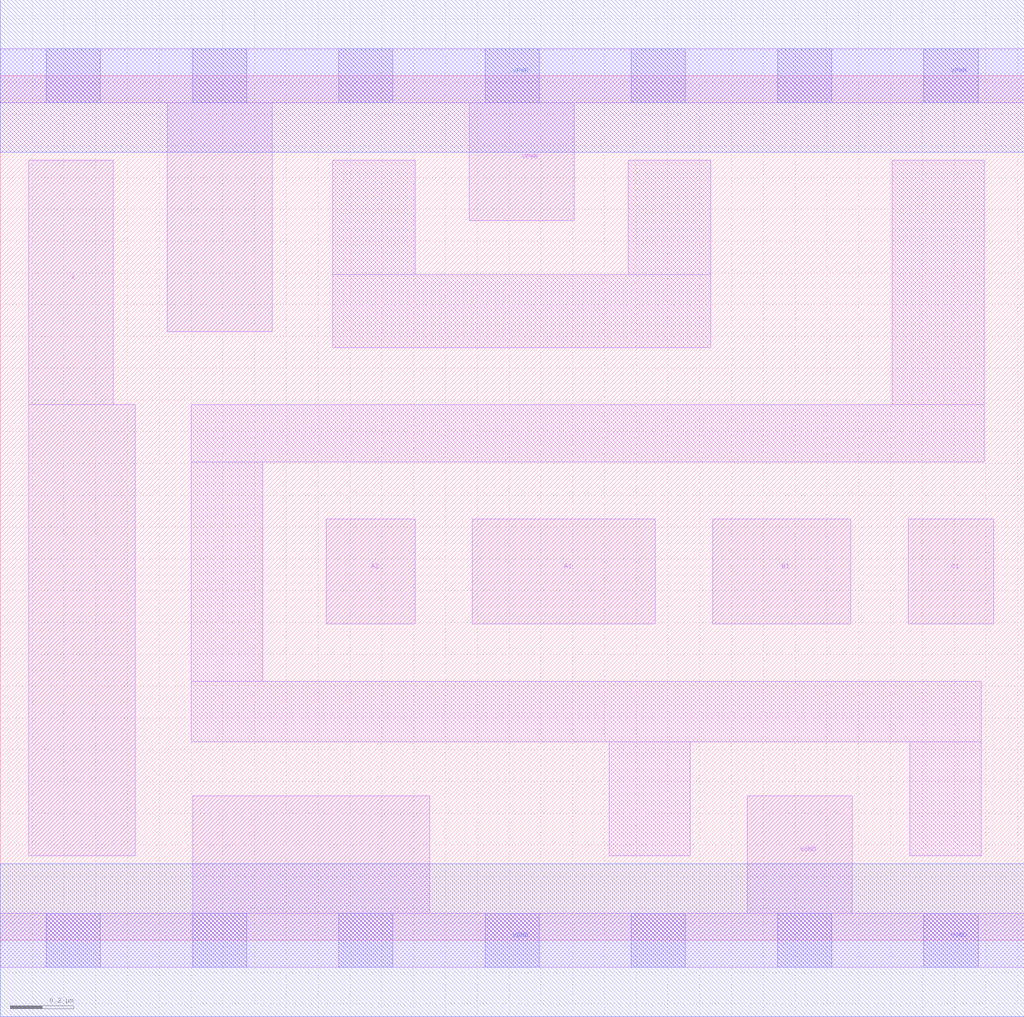
<source format=lef>
# Copyright 2020 The SkyWater PDK Authors
#
# Licensed under the Apache License, Version 2.0 (the "License");
# you may not use this file except in compliance with the License.
# You may obtain a copy of the License at
#
#     https://www.apache.org/licenses/LICENSE-2.0
#
# Unless required by applicable law or agreed to in writing, software
# distributed under the License is distributed on an "AS IS" BASIS,
# WITHOUT WARRANTIES OR CONDITIONS OF ANY KIND, either express or implied.
# See the License for the specific language governing permissions and
# limitations under the License.
#
# SPDX-License-Identifier: Apache-2.0

VERSION 5.7 ;
  NAMESCASESENSITIVE ON ;
  NOWIREEXTENSIONATPIN ON ;
  DIVIDERCHAR "/" ;
  BUSBITCHARS "[]" ;
UNITS
  DATABASE MICRONS 200 ;
END UNITS
MACRO sky130_fd_sc_hd__a211o_1
  CLASS CORE ;
  SOURCE USER ;
  FOREIGN sky130_fd_sc_hd__a211o_1 ;
  ORIGIN  0.000000  0.000000 ;
  SIZE  3.220000 BY  2.720000 ;
  SYMMETRY X Y R90 ;
  SITE unithd ;
  PIN A1
    ANTENNAGATEAREA  0.247500 ;
    DIRECTION INPUT ;
    USE SIGNAL ;
    PORT
      LAYER li1 ;
        RECT 1.485000 0.995000 2.060000 1.325000 ;
    END
  END A1
  PIN A2
    ANTENNAGATEAREA  0.247500 ;
    DIRECTION INPUT ;
    USE SIGNAL ;
    PORT
      LAYER li1 ;
        RECT 1.025000 0.995000 1.305000 1.325000 ;
    END
  END A2
  PIN B1
    ANTENNAGATEAREA  0.247500 ;
    DIRECTION INPUT ;
    USE SIGNAL ;
    PORT
      LAYER li1 ;
        RECT 2.240000 0.995000 2.675000 1.325000 ;
    END
  END B1
  PIN C1
    ANTENNAGATEAREA  0.247500 ;
    DIRECTION INPUT ;
    USE SIGNAL ;
    PORT
      LAYER li1 ;
        RECT 2.855000 0.995000 3.125000 1.325000 ;
    END
  END C1
  PIN X
    ANTENNADIFFAREA  0.437250 ;
    DIRECTION OUTPUT ;
    USE SIGNAL ;
    PORT
      LAYER li1 ;
        RECT 0.090000 0.265000 0.425000 1.685000 ;
        RECT 0.090000 1.685000 0.355000 2.455000 ;
    END
  END X
  PIN VGND
    DIRECTION INOUT ;
    SHAPE ABUTMENT ;
    USE GROUND ;
    PORT
      LAYER li1 ;
        RECT 0.000000 -0.085000 3.220000 0.085000 ;
        RECT 0.605000  0.085000 1.350000 0.455000 ;
        RECT 2.350000  0.085000 2.680000 0.455000 ;
      LAYER mcon ;
        RECT 0.145000 -0.085000 0.315000 0.085000 ;
        RECT 0.605000 -0.085000 0.775000 0.085000 ;
        RECT 1.065000 -0.085000 1.235000 0.085000 ;
        RECT 1.525000 -0.085000 1.695000 0.085000 ;
        RECT 1.985000 -0.085000 2.155000 0.085000 ;
        RECT 2.445000 -0.085000 2.615000 0.085000 ;
        RECT 2.905000 -0.085000 3.075000 0.085000 ;
      LAYER met1 ;
        RECT 0.000000 -0.240000 3.220000 0.240000 ;
    END
  END VGND
  PIN VPWR
    DIRECTION INOUT ;
    SHAPE ABUTMENT ;
    USE POWER ;
    PORT
      LAYER li1 ;
        RECT 0.000000 2.635000 3.220000 2.805000 ;
        RECT 0.525000 1.915000 0.855000 2.635000 ;
        RECT 1.475000 2.265000 1.805000 2.635000 ;
      LAYER mcon ;
        RECT 0.145000 2.635000 0.315000 2.805000 ;
        RECT 0.605000 2.635000 0.775000 2.805000 ;
        RECT 1.065000 2.635000 1.235000 2.805000 ;
        RECT 1.525000 2.635000 1.695000 2.805000 ;
        RECT 1.985000 2.635000 2.155000 2.805000 ;
        RECT 2.445000 2.635000 2.615000 2.805000 ;
        RECT 2.905000 2.635000 3.075000 2.805000 ;
      LAYER met1 ;
        RECT 0.000000 2.480000 3.220000 2.960000 ;
    END
  END VPWR
  OBS
    LAYER li1 ;
      RECT 0.600000 0.625000 3.085000 0.815000 ;
      RECT 0.600000 0.815000 0.825000 1.505000 ;
      RECT 0.600000 1.505000 3.095000 1.685000 ;
      RECT 1.045000 1.865000 2.235000 2.095000 ;
      RECT 1.045000 2.095000 1.305000 2.455000 ;
      RECT 1.915000 0.265000 2.170000 0.625000 ;
      RECT 1.975000 2.095000 2.235000 2.455000 ;
      RECT 2.805000 1.685000 3.095000 2.455000 ;
      RECT 2.860000 0.265000 3.085000 0.625000 ;
  END
END sky130_fd_sc_hd__a211o_1
END LIBRARY

</source>
